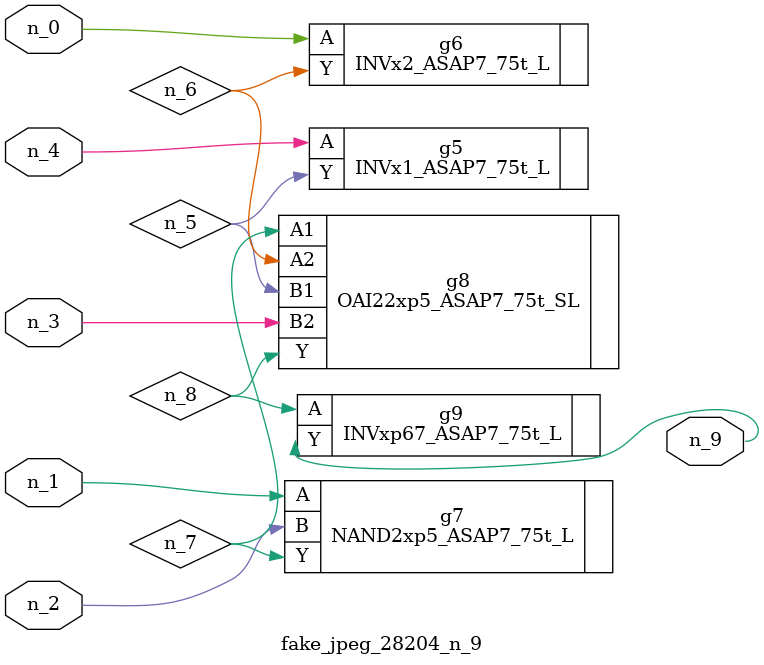
<source format=v>
module fake_jpeg_28204_n_9 (n_3, n_2, n_1, n_0, n_4, n_9);

input n_3;
input n_2;
input n_1;
input n_0;
input n_4;

output n_9;

wire n_8;
wire n_6;
wire n_5;
wire n_7;

INVx1_ASAP7_75t_L g5 ( 
.A(n_4),
.Y(n_5)
);

INVx2_ASAP7_75t_L g6 ( 
.A(n_0),
.Y(n_6)
);

NAND2xp5_ASAP7_75t_L g7 ( 
.A(n_1),
.B(n_2),
.Y(n_7)
);

OAI22xp5_ASAP7_75t_SL g8 ( 
.A1(n_7),
.A2(n_6),
.B1(n_5),
.B2(n_3),
.Y(n_8)
);

INVxp67_ASAP7_75t_L g9 ( 
.A(n_8),
.Y(n_9)
);


endmodule
</source>
